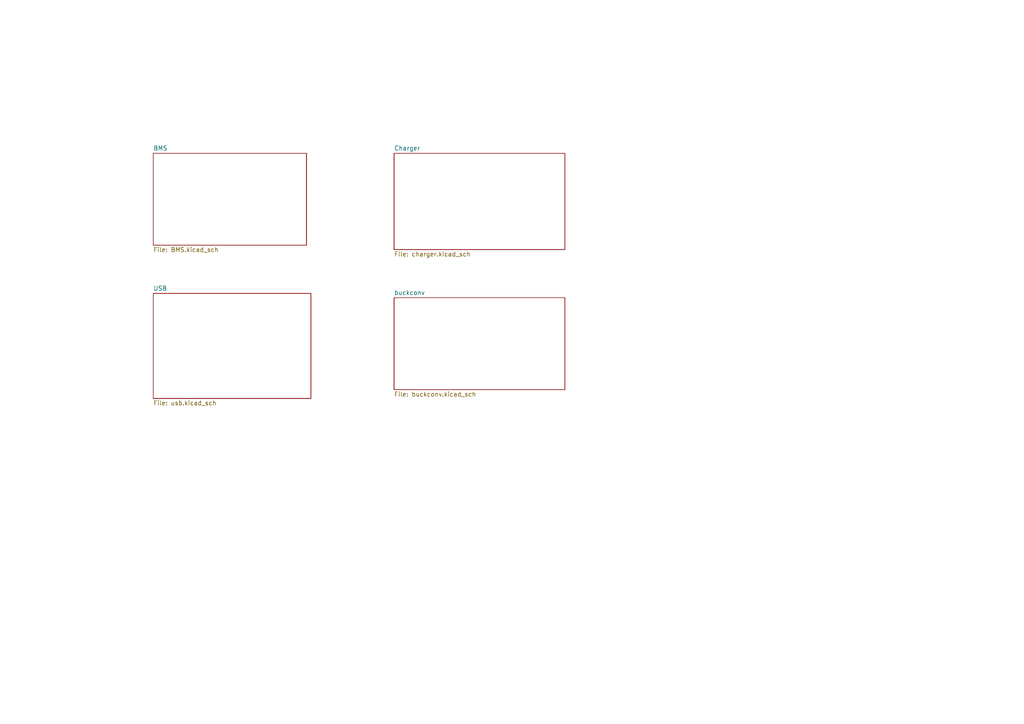
<source format=kicad_sch>
(kicad_sch (version 20230121) (generator eeschema)
  (paper "A4")
  (lib_symbols)
  (sheet (at 114.3 86.36) (size 49.53 26.67) (stroke (width 0.1524))
    (property "Sheetname" "buckconv" (at 114.3 85.6484 0) (effects (justify left bottom)))
    (property "Sheetfile" "buckconv.kicad_sch" (at 114.3 113.6146 0) (effects (justify left top)))
  )
  (sheet (at 44.45 44.45) (size 44.45 26.67) (stroke (width 0.1524))
    (property "Sheetname" "BMS" (at 44.45 43.7384 0) (effects (justify left bottom)))
    (property "Sheetfile" "BMS.kicad_sch" (at 44.45 71.7046 0) (effects (justify left top)))
  )
  (sheet (at 114.3 44.45) (size 49.53 27.94) (stroke (width 0.1524))
    (property "Sheetname" "Charger" (at 114.3 43.7384 0) (effects (justify left bottom)))
    (property "Sheetfile" "charger.kicad_sch" (at 114.3 72.9746 0) (effects (justify left top)))
  )
  (sheet (at 44.45 85.09) (size 45.72 30.48) (stroke (width 0.1524))
    (property "Sheetname" "USB" (at 44.45 84.3784 0) (effects (justify left bottom)))
    (property "Sheetfile" "usb.kicad_sch" (at 44.45 116.1546 0) (effects (justify left top)))
  )
)
</source>
